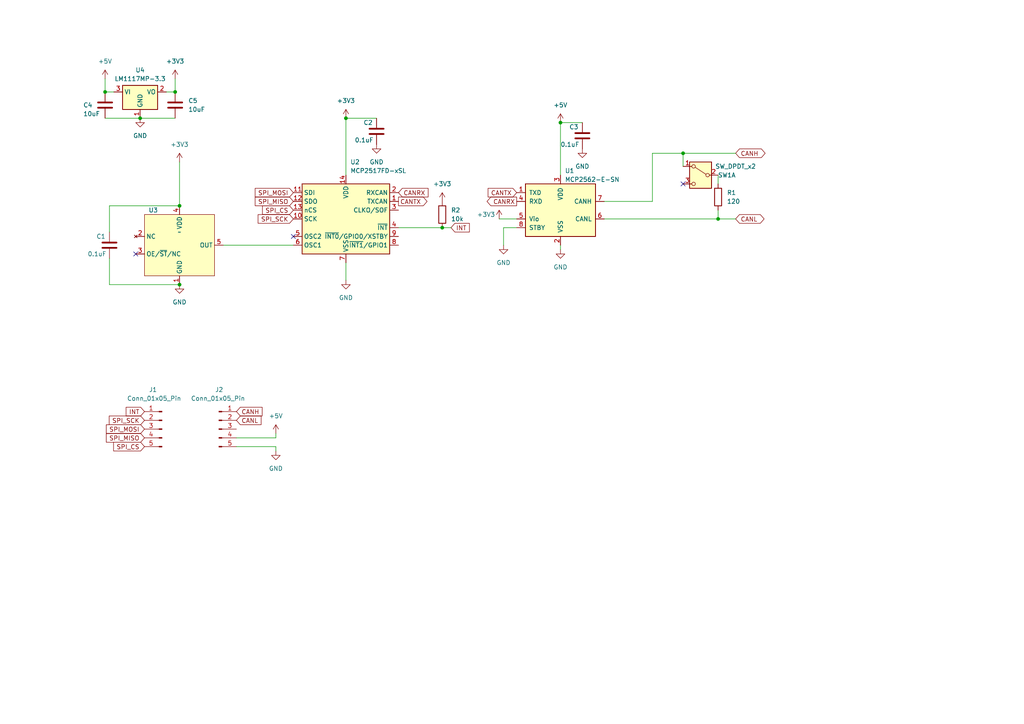
<source format=kicad_sch>
(kicad_sch (version 20230121) (generator eeschema)
  (paper "A4")
  (lib_symbols
    (symbol "Connector:Conn_01x05_Pin" (pin_names (offset 1.016) hide)
      (property "Reference" "J" (at 0 7.62 0))
      (property "Value" "Conn_01x05_Pin" (at 0 -7.62 0))
      (symbol "Conn_01x05_Pin_1_1"
        (polyline (pts (xy 1.27 -5.08) (xy 0.8636 -5.08)) (stroke (width 0.1524)))
        (polyline (pts (xy 1.27 -2.54) (xy 0.8636 -2.54)) (stroke (width 0.1524)))
        (polyline (pts (xy 1.27 0) (xy 0.8636 0)) (stroke (width 0.1524)))
        (polyline (pts (xy 1.27 2.54) (xy 0.8636 2.54)) (stroke (width 0.1524)))
        (polyline (pts (xy 1.27 5.08) (xy 0.8636 5.08)) (stroke (width 0.1524)))
        (rectangle (start 0.8636 -4.953) (end 0 -5.207) (stroke (width 0.1524)) (fill (type outline)))
        (rectangle (start 0.8636 -2.413) (end 0 -2.667) (stroke (width 0.1524)) (fill (type outline)))
        (rectangle (start 0.8636 0.127) (end 0 -0.127) (stroke (width 0.1524)) (fill (type outline)))
        (rectangle (start 0.8636 2.667) (end 0 2.413) (stroke (width 0.1524)) (fill (type outline)))
        (rectangle (start 0.8636 5.207) (end 0 4.953) (stroke (width 0.1524)) (fill (type outline)))
        (pin passive line (at 5.08 5.08 180) (length 3.81) (name "Pin_1") (number "1"))
        (pin passive line (at 5.08 2.54 180) (length 3.81) (name "Pin_2") (number "2"))
        (pin passive line (at 5.08 0 180) (length 3.81) (name "Pin_3") (number "3"))
        (pin passive line (at 5.08 -2.54 180) (length 3.81) (name "Pin_4") (number "4"))
        (pin passive line (at 5.08 -5.08 180) (length 3.81) (name "Pin_5") (number "5"))
      )
    )
    (symbol "Device:C" (pin_numbers hide) (pin_names (offset 0.254))
      (property "Reference" "C" (at 0.635 2.54 0))
      (property "Value" "C" (at 0.635 -2.54 0))
      (symbol "C_0_1"
        (polyline (pts (xy -2.032 -0.762) (xy 2.032 -0.762)) (stroke (width 0.508)))
        (polyline (pts (xy -2.032 0.762) (xy 2.032 0.762)) (stroke (width 0.508)))
      )
      (symbol "C_1_1"
        (pin passive line (at 0 3.81 270) (length 2.794) (name "~") (number "1"))
        (pin passive line (at 0 -3.81 90) (length 2.794) (name "~") (number "2"))
      )
    )
    (symbol "Device:R" (pin_numbers hide) (pin_names (offset 0))
      (property "Reference" "R" (at 2.032 0 90))
      (property "Value" "R" (at 0 0 90))
      (symbol "R_0_1"
        (rectangle (start -1.016 -2.54) (end 1.016 2.54) (stroke (width 0.254)))
      )
      (symbol "R_1_1"
        (pin passive line (at 0 3.81 270) (length 1.27) (name "~") (number "1"))
        (pin passive line (at 0 -3.81 90) (length 1.27) (name "~") (number "2"))
      )
    )
    (symbol "Interface_CAN_LIN:MCP2517FD-xSL"
      (property "Reference" "U" (at -12.7 12.7 0))
      (property "Value" "MCP2517FD-xSL" (at 2.54 12.7 0))
      (symbol "MCP2517FD-xSL_0_1"
        (rectangle (start -12.7 10.16) (end 12.7 -10.16) (stroke (width 0.254)) (fill (type background)))
      )
      (symbol "MCP2517FD-xSL_1_1"
        (pin output line (at 15.24 5.08 180) (length 2.54) (name "TXCAN") (number "1"))
        (pin input line (at -15.24 0 0) (length 2.54) (name "SCK") (number "10"))
        (pin input line (at -15.24 7.62 0) (length 2.54) (name "SDI") (number "11"))
        (pin output line (at -15.24 5.08 0) (length 2.54) (name "SDO") (number "12"))
        (pin input line (at -15.24 2.54 0) (length 2.54) (name "nCS") (number "13"))
        (pin power_in line (at 0 12.7 270) (length 2.54) (name "VDD") (number "14"))
        (pin input line (at 15.24 7.62 180) (length 2.54) (name "RXCAN") (number "2"))
        (pin output line (at 15.24 2.54 180) (length 2.54) (name "CLKO/SOF") (number "3"))
        (pin output line (at 15.24 -2.54 180) (length 2.54) (name "~{INT}") (number "4"))
        (pin output line (at -15.24 -5.08 0) (length 2.54) (name "OSC2") (number "5"))
        (pin input line (at -15.24 -7.62 0) (length 2.54) (name "OSC1") (number "6"))
        (pin power_in line (at 0 -12.7 90) (length 2.54) (name "VSS") (number "7"))
        (pin bidirectional line (at 15.24 -7.62 180) (length 2.54) (name "~{INT1}/GPIO1") (number "8"))
        (pin bidirectional line (at 15.24 -5.08 180) (length 2.54) (name "~{INT0}/GPIO0/XSTBY") (number "9"))
      )
    )
    (symbol "Interface_CAN_LIN:MCP2562-E-SN" (pin_names (offset 1.016))
      (property "Reference" "U" (at -10.16 8.89 0))
      (property "Value" "MCP2562-E-SN" (at 2.54 8.89 0))
      (symbol "MCP2562-E-SN_0_1"
        (rectangle (start -10.16 7.62) (end 10.16 -7.62) (stroke (width 0.254)) (fill (type background)))
      )
      (symbol "MCP2562-E-SN_1_1"
        (pin input line (at -12.7 5.08 0) (length 2.54) (name "TXD") (number "1"))
        (pin power_in line (at 0 -10.16 90) (length 2.54) (name "VSS") (number "2"))
        (pin power_in line (at 0 10.16 270) (length 2.54) (name "VDD") (number "3"))
        (pin output line (at -12.7 2.54 0) (length 2.54) (name "RXD") (number "4"))
        (pin power_in line (at -12.7 -2.54 0) (length 2.54) (name "Vio") (number "5"))
        (pin bidirectional line (at 12.7 -2.54 180) (length 2.54) (name "CANL") (number "6"))
        (pin bidirectional line (at 12.7 2.54 180) (length 2.54) (name "CANH") (number "7"))
        (pin input line (at -12.7 -5.08 0) (length 2.54) (name "STBY") (number "8"))
      )
    )
    (symbol "MEMS:SIT2001B"
      (property "Reference" "U" (at 0 16.51 0))
      (symbol "SIT2001B_1_1"
        (rectangle (start -10.16 8.89) (end 10.16 -8.89) (fill (type background)))
        (pin power_in line (at 0 -11.43 90) (length 2.54) (name "GND") (number "1"))
        (pin no_connect line (at -12.7 2.54 0) (length 2.54) (name "NC") (number "2"))
        (pin input line (at -12.7 -2.54 0) (length 2.54) (name "OE/~{ST}/NC") (number "3"))
        (pin power_in line (at 0 11.43 270) (length 2.54) (name "VDD") (number "4"))
        (pin output line (at 12.7 0 180) (length 2.54) (name "OUT") (number "5"))
      )
    )
    (symbol "Regulator_Linear:LM1117MP-3.3"
      (property "Reference" "U" (at -3.81 3.175 0))
      (property "Value" "LM1117MP-3.3" (at 0 3.175 0))
      (symbol "LM1117MP-3.3_0_1"
        (rectangle (start -5.08 -5.08) (end 5.08 1.905) (stroke (width 0.254)) (fill (type background)))
      )
      (symbol "LM1117MP-3.3_1_1"
        (pin power_in line (at 0 -7.62 90) (length 2.54) (name "GND") (number "1"))
        (pin power_out line (at 7.62 0 180) (length 2.54) (name "VO") (number "2"))
        (pin power_in line (at -7.62 0 0) (length 2.54) (name "VI") (number "3"))
      )
    )
    (symbol "Switch:SW_DPDT_x2" (pin_names (offset 0) hide)
      (property "Reference" "SW" (at 0 5.08 0))
      (property "Value" "SW_DPDT_x2" (at 0 -5.08 0))
      (symbol "SW_DPDT_x2_0_0"
        (circle (center -2.032 0) (radius 0.508))
        (circle (center 2.032 -2.54) (radius 0.508))
      )
      (symbol "SW_DPDT_x2_0_1"
        (rectangle (start -3.175 3.81) (end 3.175 -3.81) (stroke (width 0.254)) (fill (type background)))
        (polyline (pts (xy -1.524 0.254) (xy 1.5748 2.286)))
        (circle (center 2.032 2.54) (radius 0.508))
      )
      (symbol "SW_DPDT_x2_1_1"
        (pin passive line (at 5.08 2.54 180) (length 2.54) (name "A") (number "1"))
        (pin passive line (at -5.08 0 0) (length 2.54) (name "B") (number "2"))
        (pin passive line (at 5.08 -2.54 180) (length 2.54) (name "C") (number "3"))
      )
      (symbol "SW_DPDT_x2_2_1"
        (pin passive line (at 5.08 2.54 180) (length 2.54) (name "A") (number "4"))
        (pin passive line (at -5.08 0 0) (length 2.54) (name "B") (number "5"))
        (pin passive line (at 5.08 -2.54 180) (length 2.54) (name "C") (number "6"))
      )
    )
    (symbol "power:+3V3" (power) (pin_names (offset 0))
      (property "Value" "+3V3" (at 0 3.556 0))
      (symbol "+3V3_0_1"
        (polyline (pts (xy -0.762 1.27) (xy 0 2.54)))
        (polyline (pts (xy 0 0) (xy 0 2.54)))
        (polyline (pts (xy 0 2.54) (xy 0.762 1.27)))
      )
      (symbol "+3V3_1_1"
        (pin power_in line (at 0 0 90) (length 0) hide (name "+3V3") (number "1"))
      )
    )
    (symbol "power:+5V" (power) (pin_names (offset 0))
      (property "Value" "+5V" (at 0 3.556 0))
      (symbol "+5V_0_1"
        (polyline (pts (xy -0.762 1.27) (xy 0 2.54)))
        (polyline (pts (xy 0 0) (xy 0 2.54)))
        (polyline (pts (xy 0 2.54) (xy 0.762 1.27)))
      )
      (symbol "+5V_1_1"
        (pin power_in line (at 0 0 90) (length 0) hide (name "+5V") (number "1"))
      )
    )
    (symbol "power:GND" (power) (pin_names (offset 0))
      (property "Value" "GND" (at 0 -3.81 0))
      (symbol "GND_0_1"
        (polyline (pts (xy 0 0) (xy 0 -1.27) (xy 1.27 -1.27) (xy 0 -2.54) (xy -1.27 -1.27) (xy 0 -1.27)))
      )
      (symbol "GND_1_1"
        (pin power_in line (at 0 0 270) (length 0) hide (name "GND") (number "1"))
      )
    )
  )
  (junction (at 52.07 82.55))
  (junction (at 162.56 35.56))
  (junction (at 30.48 26.67))
  (junction (at 50.8 26.67))
  (junction (at 198.12 44.45))
  (junction (at 208.28 63.5))
  (junction (at 100.33 34.29))
  (junction (at 128.27 66.04))
  (junction (at 40.64 34.29))
  (junction (at 52.07 59.69))
  (no_connect (at 39.37 73.66))
  (no_connect (at 85.09 68.58))
  (no_connect (at 198.12 53.34))
  (wire (pts (xy 40.64 34.29) (xy 50.8 34.29)))
  (wire (pts (xy 208.28 50.8) (xy 208.28 53.34)))
  (wire (pts (xy 50.8 22.86) (xy 50.8 26.67)))
  (wire (pts (xy 31.75 74.93) (xy 31.75 82.55)))
  (wire (pts (xy 30.48 34.29) (xy 40.64 34.29)))
  (wire (pts (xy 30.48 26.67) (xy 30.48 22.86)))
  (wire (pts (xy 100.33 34.29) (xy 100.33 50.8)))
  (wire (pts (xy 189.23 58.42) (xy 175.26 58.42)))
  (wire (pts (xy 33.02 26.67) (xy 30.48 26.67)))
  (wire (pts (xy 146.05 66.04) (xy 146.05 71.12)))
  (wire (pts (xy 189.23 44.45) (xy 189.23 58.42)))
  (wire (pts (xy 68.58 127) (xy 80.01 127)))
  (wire (pts (xy 52.07 46.99) (xy 52.07 59.69)))
  (wire (pts (xy 146.05 66.04) (xy 149.86 66.04)))
  (wire (pts (xy 31.75 59.69) (xy 31.75 67.31)))
  (wire (pts (xy 162.56 35.56) (xy 162.56 50.8)))
  (wire (pts (xy 198.12 44.45) (xy 198.12 48.26)))
  (wire (pts (xy 128.27 66.04) (xy 115.57 66.04)))
  (wire (pts (xy 130.81 66.04) (xy 128.27 66.04)))
  (wire (pts (xy 64.77 71.12) (xy 85.09 71.12)))
  (wire (pts (xy 162.56 71.12) (xy 162.56 72.39)))
  (wire (pts (xy 100.33 76.2) (xy 100.33 81.28)))
  (wire (pts (xy 189.23 44.45) (xy 198.12 44.45)))
  (wire (pts (xy 31.75 82.55) (xy 52.07 82.55)))
  (wire (pts (xy 162.56 35.56) (xy 168.91 35.56)))
  (wire (pts (xy 144.78 63.5) (xy 149.86 63.5)))
  (wire (pts (xy 52.07 59.69) (xy 31.75 59.69)))
  (wire (pts (xy 80.01 125.73) (xy 80.01 127)))
  (wire (pts (xy 208.28 63.5) (xy 175.26 63.5)))
  (wire (pts (xy 208.28 63.5) (xy 213.36 63.5)))
  (wire (pts (xy 68.58 129.54) (xy 80.01 129.54)))
  (wire (pts (xy 208.28 60.96) (xy 208.28 63.5)))
  (wire (pts (xy 50.8 26.67) (xy 48.26 26.67)))
  (wire (pts (xy 100.33 34.29) (xy 109.22 34.29)))
  (wire (pts (xy 80.01 129.54) (xy 80.01 130.81)))
  (wire (pts (xy 213.36 44.45) (xy 198.12 44.45)))
  (global_label "SPI_CS" (shape input) (at 85.09 60.96 180) (property "Intersheetrefs" "${INTERSHEET_REFS}" (effects hide)))
  (global_label "INT" (shape input) (at 41.91 119.38 180) (property "Intersheetrefs" "${INTERSHEET_REFS}" (effects hide)))
  (global_label "CANH" (shape bidirectional) (at 213.36 44.45 0) (property "Intersheetrefs" "${INTERSHEET_REFS}" (effects hide)))
  (global_label "SPI_MISO" (shape input) (at 85.09 58.42 180) (property "Intersheetrefs" "${INTERSHEET_REFS}" (effects hide)))
  (global_label "SPI_MOSI" (shape input) (at 41.91 124.46 180) (property "Intersheetrefs" "${INTERSHEET_REFS}" (effects hide)))
  (global_label "CANTX" (shape output) (at 115.57 58.42 0) (property "Intersheetrefs" "${INTERSHEET_REFS}" (effects hide)))
  (global_label "SPI_SCK" (shape input) (at 85.09 63.5 180) (property "Intersheetrefs" "${INTERSHEET_REFS}" (effects hide)))
  (global_label "CANL" (shape input) (at 68.58 121.92 0) (property "Intersheetrefs" "${INTERSHEET_REFS}" (effects hide)))
  (global_label "CANTX" (shape input) (at 149.86 55.88 180) (property "Intersheetrefs" "${INTERSHEET_REFS}" (effects hide)))
  (global_label "SPI_MISO" (shape input) (at 41.91 127 180) (property "Intersheetrefs" "${INTERSHEET_REFS}" (effects hide)))
  (global_label "SPI_CS" (shape input) (at 41.91 129.54 180) (property "Intersheetrefs" "${INTERSHEET_REFS}" (effects hide)))
  (global_label "INT" (shape input) (at 130.81 66.04 0) (property "Intersheetrefs" "${INTERSHEET_REFS}" (effects hide)))
  (global_label "CANH" (shape input) (at 68.58 119.38 0) (property "Intersheetrefs" "${INTERSHEET_REFS}" (effects hide)))
  (global_label "SPI_SCK" (shape input) (at 41.91 121.92 180) (property "Intersheetrefs" "${INTERSHEET_REFS}" (effects hide)))
  (global_label "SPI_MOSI" (shape input) (at 85.09 55.88 180) (property "Intersheetrefs" "${INTERSHEET_REFS}" (effects hide)))
  (global_label "CANRX" (shape output) (at 149.86 58.42 180) (property "Intersheetrefs" "${INTERSHEET_REFS}" (effects hide)))
  (global_label "CANL" (shape bidirectional) (at 213.36 63.5 0) (property "Intersheetrefs" "${INTERSHEET_REFS}" (effects hide)))
  (global_label "CANRX" (shape input) (at 115.57 55.88 0) (property "Intersheetrefs" "${INTERSHEET_REFS}" (effects hide)))
  (symbol (lib_id "power:+3V3") (at 52.07 46.99 0) (unit 1)
    (property "Reference" "#PWR08" (effects hide))
    (property "Value" "+3V3" (at 52.07 41.91 0))
  )
  (symbol (lib_id "Device:C") (at 31.75 71.12 0) (unit 1)
    (property "Reference" "C1" (at 27.94 68.58 0) (effects (justify left)))
    (property "Value" "0.1uF" (at 25.4 73.66 0) (effects (justify left)))
    (property "Footprint" "Capacitor_SMD:C_0603_1608Metric" (effects hide))
  )
  (symbol (lib_id "power:GND") (at 40.64 34.29 0) (unit 1)
    (property "Reference" "#PWR012" (effects hide))
    (property "Value" "GND" (at 40.64 39.37 0))
  )
  (symbol (lib_id "power:+3V3") (at 144.78 63.5 0) (unit 1)
    (property "Reference" "#PWR02" (effects hide))
    (property "Value" "+3V3" (at 140.97 62.23 0))
  )
  (symbol (lib_id "Switch:SW_DPDT_x2") (at 203.2 50.8 0) (mirror y) (unit 1)
    (property "Reference" "SW1" (at 210.82 50.8 0))
    (property "Value" "SW_DPDT_x2" (at 213.36 48.26 0))
    (property "Footprint" "slideswitch:SSSS213202" (effects hide))
  )
  (symbol (lib_id "power:+5V") (at 30.48 22.86 0) (unit 1)
    (property "Reference" "#PWR011" (effects hide))
    (property "Value" "+5V" (at 30.48 17.78 0))
  )
  (symbol (lib_id "Device:C") (at 168.91 39.37 0) (unit 1)
    (property "Reference" "C3" (at 165.1 36.83 0) (effects (justify left)))
    (property "Value" "0.1uF" (at 162.56 41.91 0) (effects (justify left)))
    (property "Footprint" "Capacitor_SMD:C_0603_1608Metric" (effects hide))
  )
  (symbol (lib_id "Connector:Conn_01x05_Pin") (at 46.99 124.46 0) (mirror y) (unit 1)
    (property "Reference" "J1" (at 43.18 113.03 0) (effects (justify right)))
    (property "Value" "Conn_01x05_Pin" (at 36.83 115.57 0) (effects (justify right)))
    (property "Footprint" "Connector_PinHeader_2.54mm:PinHeader_1x05_P2.54mm_Vertical" (effects hide))
  )
  (symbol (lib_id "Device:R") (at 128.27 62.23 0) (unit 1)
    (property "Reference" "R2" (at 130.81 60.96 0) (effects (justify left)))
    (property "Value" "10k" (at 130.81 63.5 0) (effects (justify left)))
    (property "Footprint" "Resistor_SMD:R_0603_1608Metric" (effects hide))
  )
  (symbol (lib_id "Device:C") (at 30.48 30.48 0) (unit 1)
    (property "Reference" "C4" (at 24.13 30.48 0) (effects (justify left)))
    (property "Value" "10uF" (at 24.13 33.02 0) (effects (justify left)))
    (property "Footprint" "Capacitor_SMD:C_0603_1608Metric" (effects hide))
  )
  (symbol (lib_id "Device:C") (at 50.8 30.48 0) (unit 1)
    (property "Reference" "C5" (at 54.61 29.21 0) (effects (justify left)))
    (property "Value" "10uF" (at 54.61 31.75 0) (effects (justify left)))
    (property "Footprint" "Capacitor_SMD:C_0603_1608Metric" (effects hide))
  )
  (symbol (lib_id "Interface_CAN_LIN:MCP2562-E-SN") (at 162.56 60.96 0) (unit 1)
    (property "Reference" "U1" (at 163.83 49.53 0) (effects (justify left)))
    (property "Value" "MCP2562-E-SN" (at 163.83 52.07 0) (effects (justify left)))
    (property "Footprint" "Package_SO:SOIC-8_3.9x4.9mm_P1.27mm" (effects hide))
    (property "Datasheet" "http://ww1.microchip.com/downloads/en/DeviceDoc/25167A.pdf" (effects hide))
  )
  (symbol (lib_id "power:GND") (at 168.91 43.18 0) (unit 1)
    (property "Reference" "#PWR014" (effects hide))
    (property "Value" "GND" (at 168.91 48.26 0))
  )
  (symbol (lib_id "Regulator_Linear:LM1117MP-3.3") (at 40.64 26.67 0) (unit 1)
    (property "Reference" "U4" (at 40.64 20.32 0))
    (property "Value" "LM1117MP-3.3" (at 40.64 22.86 0))
    (property "Footprint" "Package_TO_SOT_SMD:SOT-223-3_TabPin2" (effects hide))
    (property "Datasheet" "http://www.ti.com/lit/ds/symlink/lm1117.pdf" (effects hide))
  )
  (symbol (lib_id "power:+3V3") (at 100.33 34.29 0) (unit 1)
    (property "Reference" "#PWR01" (effects hide))
    (property "Value" "+3V3" (at 100.33 29.21 0))
  )
  (symbol (lib_id "Connector:Conn_01x05_Pin") (at 63.5 124.46 0) (unit 1)
    (property "Reference" "J2" (at 64.77 113.03 0) (effects (justify right)))
    (property "Value" "Conn_01x05_Pin" (at 71.12 115.57 0) (effects (justify right)))
    (property "Footprint" "Connector_PinHeader_2.54mm:PinHeader_1x05_P2.54mm_Vertical" (effects hide))
  )
  (symbol (lib_id "power:GND") (at 162.56 72.39 0) (unit 1)
    (property "Reference" "#PWR04" (effects hide))
    (property "Value" "GND" (at 162.56 77.47 0))
  )
  (symbol (lib_id "power:+5V") (at 80.01 125.73 0) (unit 1)
    (property "Reference" "#PWR09" (effects hide))
    (property "Value" "+5V" (at 80.01 120.65 0))
  )
  (symbol (lib_id "power:GND") (at 146.05 71.12 0) (unit 1)
    (property "Reference" "#PWR06" (effects hide))
    (property "Value" "GND" (at 146.05 76.2 0))
  )
  (symbol (lib_id "Interface_CAN_LIN:MCP2517FD-xSL") (at 100.33 63.5 0) (unit 1)
    (property "Reference" "U2" (at 101.6 46.99 0) (effects (justify left)))
    (property "Value" "MCP2517FD-xSL" (at 101.6 49.53 0) (effects (justify left)))
    (property "Footprint" "Package_SO:SOIC-14_3.9x8.7mm_P1.27mm" (effects hide))
    (property "Datasheet" "https://ww1.microchip.com/downloads/en/DeviceDoc/20005688A.pdf" (effects hide))
  )
  (symbol (lib_id "MEMS:SIT2001B") (at 52.07 71.12 0) (unit 1)
    (property "Reference" "U3" (at 44.45 60.96 0))
    (property "Value" "~" (at 52.07 67.31 0))
    (property "Footprint" "Package_TO_SOT_SMD:SOT-23-5_HandSoldering" (effects hide))
  )
  (symbol (lib_id "power:GND") (at 52.07 82.55 0) (unit 1)
    (property "Reference" "#PWR07" (effects hide))
    (property "Value" "GND" (at 52.07 87.63 0))
  )
  (symbol (lib_id "Device:R") (at 208.28 57.15 0) (unit 1)
    (property "Reference" "R1" (at 210.82 55.88 0) (effects (justify left)))
    (property "Value" "120" (at 210.82 58.42 0) (effects (justify left)))
    (property "Footprint" "Resistor_SMD:R_0603_1608Metric" (effects hide))
  )
  (symbol (lib_id "power:GND") (at 109.22 41.91 0) (unit 1)
    (property "Reference" "#PWR015" (effects hide))
    (property "Value" "GND" (at 109.22 46.99 0))
  )
  (symbol (lib_id "Device:C") (at 109.22 38.1 0) (unit 1)
    (property "Reference" "C2" (at 105.41 35.56 0) (effects (justify left)))
    (property "Value" "0.1uF" (at 102.87 40.64 0) (effects (justify left)))
    (property "Footprint" "Capacitor_SMD:C_0603_1608Metric" (effects hide))
  )
  (symbol (lib_id "power:GND") (at 100.33 81.28 0) (unit 1)
    (property "Reference" "#PWR03" (effects hide))
    (property "Value" "GND" (at 100.33 86.36 0))
  )
  (symbol (lib_id "power:+5V") (at 162.56 35.56 0) (unit 1)
    (property "Reference" "#PWR05" (effects hide))
    (property "Value" "+5V" (at 162.56 30.48 0))
  )
  (symbol (lib_id "power:+3V3") (at 128.27 58.42 0) (unit 1)
    (property "Reference" "#PWR016" (effects hide))
    (property "Value" "+3V3" (at 128.27 53.34 0))
  )
  (symbol (lib_id "power:+3V3") (at 50.8 22.86 0) (unit 1)
    (property "Reference" "#PWR013" (effects hide))
    (property "Value" "+3V3" (at 50.8 17.78 0))
  )
  (symbol (lib_id "power:GND") (at 80.01 130.81 0) (unit 1)
    (property "Reference" "#PWR010" (effects hide))
    (property "Value" "GND" (at 80.01 135.89 0))
  )
)
</source>
